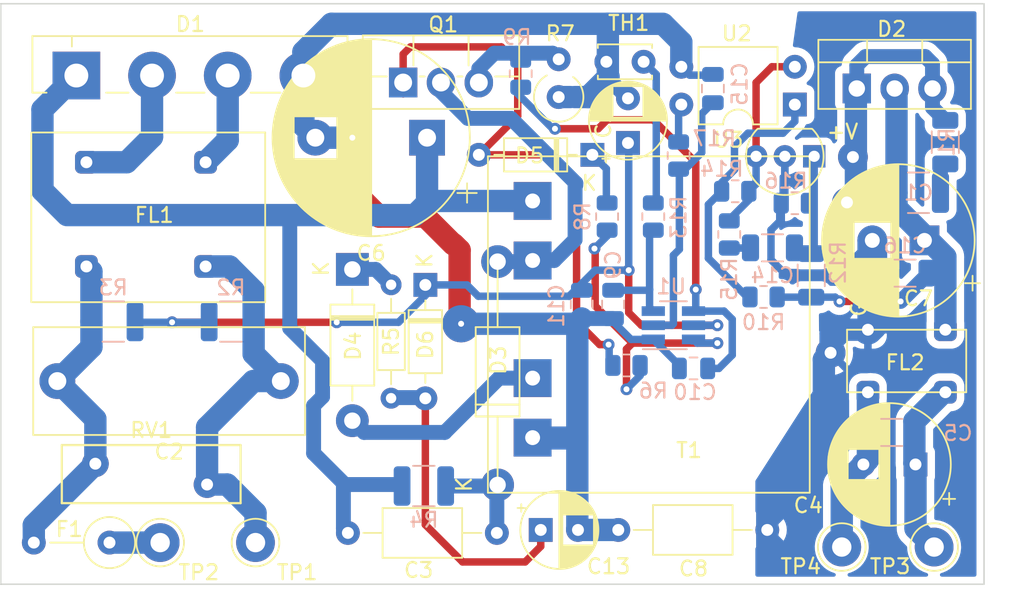
<source format=kicad_pcb>
(kicad_pcb (version 20211014) (generator pcbnew)
  (layers (0 "F.Cu" signal) (31 "B.Cu" signal) (34 "B.Paste" user) (35 "F.Paste" user) (36 "B.SilkS" user "B.Silkscreen") (37 "F.SilkS" user "F.Silkscreen") (38 "B.Mask" user) (39 "F.Mask" user) (44 "Edge.Cuts" user))
  (net 0 "")
  (net 1 "Net-(C1-Pad1)")
  (net 2 "Net-(C2-Pad1)")
  (net 3 "Net-(C2-Pad2)")
  (net 4 "Net-(C3-Pad1)")
  (net 5 "Net-(C3-Pad2)")
  (net 6 "GNDPWR")
  (net 7 "GND")
  (net 8 "Net-(C10-Pad1)")
  (net 9 "Net-(C11-Pad1)")
  (net 10 "Net-(C14-Pad1)")
  (net 11 "Net-(C15-Pad1)")
  (net 12 "Net-(D1-Pad2)")
  (net 13 "Net-(D1-Pad3)")
  (net 14 "Net-(D2-Pad1)")
  (net 15 "Net-(D3-Pad2)")
  (net 16 "Net-(D4-Pad1)")
  (net 17 "Net-(D5-Pad1)")
  (net 18 "Net-(D5-Pad2)")
  (net 19 "Net-(R10-Pad2)")
  (net 20 "Net-(R13-Pad2)")
  (net 21 "Net-(R14-Pad1)")
  (net 22 "Net-(Q1-Pad3)")
  (net 23 "Net-(C4-Pad1)")
  (net 24 "Net-(R6-Pad1)")
  (net 25 "Net-(D4-Pad2)")
  (net 26 "Net-(F1-Pad1)")
  (net 27 "Net-(C4-Pad2)")
  (net 28 "Net-(C1-Pad2)")
  (net 29 "Net-(C9-Pad1)")
  (net 30 "Net-(C13-Pad1)")
  (net 31 "Net-(C14-Pad2)")
  (net 32 "Net-(U2-Pad4)")
  (footprint "Connector_Pin:Pin_D1.3mm_L11.0mm" (layer "F.Cu") (at 136.6 117.2)
    (fp_text reference "TP1")
    (fp_text value "TestPoint_Small")
  )
  (footprint "Diode_THT:Diode_Bridge_Vishay_GBL" (layer "F.Cu") (at 124.575 85.825)
    (fp_text reference "D1")
    (fp_text value "GBU4M")
  )
  (footprint "Capacitor_THT:C_Axial_L5.1mm_D3.1mm_P10.00mm_Horizontal" (layer "F.Cu") (at 170.95 116.35 180)
    (fp_text reference "C8")
    (fp_text value "2.2n")
  )
  (footprint "Package_TO_SOT_THT:TO-220F-3_Vertical" (layer "F.Cu") (at 146.51 86.295)
    (fp_text reference "Q1")
    (fp_text value "STD7NM60N,IPA60R750E6XKSA1")
  )
  (footprint "Capacitor_THT:CP_Radial_D5.0mm_P2.50mm" (layer "F.Cu") (at 155.744888 116.35)
    (fp_text reference "C13")
    (fp_text value "22u")
  )
  (footprint "Capacitor_THT:CP_Radial_D8.0mm_P3.50mm" (layer "F.Cu") (at 180.9 111.95 180)
    (fp_text reference "C4")
    (fp_text value "470u / 16V")
  )
  (footprint "Induktor_cewki:Transf_FT1201500SC" (layer "F.Cu") (at 162.8 102.85 90)
    (fp_text reference "T1")
    (fp_text value "Transf_FT1201500SC")
  )
  (footprint "Diode_THT:D_DO-41_SOD81_P10.16mm_Horizontal" (layer "F.Cu") (at 143.1 98.85 -90)
    (fp_text reference "D4")
    (fp_text value "1N4007")
  )
  (footprint "Connector_Pin:Pin_D1.3mm_L11.0mm" (layer "F.Cu") (at 182.15 117.5)
    (fp_text reference "TP3")
    (fp_text value "TestPoint_Small")
  )
  (footprint "Package_TO_SOT_THT:TO-92_Inline" (layer "F.Cu") (at 173.4 91.25 180)
    (fp_text reference "U3")
    (fp_text value "TL431LP")
  )
  (footprint "Diode_THT:D_DO-35_SOD27_P7.62mm_Horizontal" (layer "F.Cu") (at 148 99.89 -90)
    (fp_text reference "D6")
    (fp_text value "1N4148")
  )
  (footprint "Induktor_cewki:Fitr_EMI_FA-N12W1051-REG-1" (layer "F.Cu") (at 129.25 95.65 180)
    (fp_text reference "FL1")
    (fp_text value "Filter_EMI_LL")
  )
  (footprint "Capacitor_THT:CP_Radial_D5.0mm_P2.50mm" (layer "F.Cu") (at 161.6 90.105113 90)
    (fp_text reference "C12")
    (fp_text value "4.7u")
  )
  (footprint "Resistor_THT:R_Axial_DIN0309_L9.0mm_D3.2mm_P2.54mm_Vertical" (layer "F.Cu") (at 156.95 87.27 90)
    (fp_text reference "R7")
    (fp_text value "0.43 / 1W")
  )
  (footprint "Package_TO_SOT_THT:TO-220-3_Vertical" (layer "F.Cu") (at 176.96 86.695)
    (fp_text reference "D2")
    (fp_text value "20S100CT")
  )
  (footprint "Diode_THT:D_DO-35_SOD27_P7.62mm_Horizontal" (layer "F.Cu") (at 159.21 91.15 180)
    (fp_text reference "D5")
    (fp_text value "1N4148")
  )
  (footprint "Capacitor_THT:CP_Radial_D13.0mm_P7.50mm" (layer "F.Cu") (at 148.115216 90 180)
    (fp_text reference "C6")
    (fp_text value "82u")
  )
  (footprint "Capacitor_THT:C_Rect_L18.0mm_W7.0mm_P15.00mm_FKS3_FKP3" (layer "F.Cu") (at 138.3 106.35 180)
    (fp_text reference "C2")
    (fp_text value "0.33u")
  )
  (footprint "Induktor_cewki:Filtr_EMI_toroid" (layer "F.Cu") (at 184.305 102.9 180)
    (fp_text reference "FL2")
    (fp_text value "Filter_EMI_LL_1423")
  )
  (footprint "Package_DIP:DIP-4_W7.62mm" (layer "F.Cu") (at 172.8 87.775 180)
    (fp_text reference "U2")
    (fp_text value "PC817")
  )
  (footprint "Resistor_THT:R_Axial_DIN0204_L3.6mm_D1.6mm_P7.62mm_Horizontal" (layer "F.Cu") (at 145.7 107.5 90)
    (fp_text reference "R5")
    (fp_text value "0")
  )
  (footprint "Capacitor_THT:C_Disc_D3.4mm_W2.1mm_P2.50mm" (layer "F.Cu") (at 162.65 84.9 180)
    (fp_text reference "TH1")
    (fp_text value "100k")
  )
  (footprint "Resistor_THT:R_Axial_DIN0309_L9.0mm_D3.2mm_P5.08mm_Vertical" (layer "F.Cu") (at 126.8 117.2 180)
    (fp_text reference "F1")
    (fp_text value "2A")
  )
  (footprint "Varistor:RV_Disc_D12mm_W3.9mm_P7.5mm" (layer "F.Cu") (at 133.35 113.3 180)
    (fp_text reference "RV1")
    (fp_text value "471")
  )
  (footprint "Connector_Pin:Pin_D1.3mm_L11.0mm" (layer "F.Cu") (at 175.95 117.5)
    (fp_text reference "TP4")
    (fp_text value "TestPoint_Small")
  )
  (footprint "Capacitor_THT:CP_Radial_D10.0mm_P3.50mm" (layer "F.Cu") (at 181.5 96.9 180)
    (fp_text reference "C7")
    (fp_text value "680u/16V")
  )
  (footprint "Connector_Pin:Pin_D1.3mm_L11.0mm" (layer "F.Cu") (at 130.2 117.2)
    (fp_text reference "TP2")
    (fp_text value "TestPoint_Small" hide)
  )
  (footprint "Capacitor_THT:C_Axial_L5.1mm_D3.1mm_P10.00mm_Horizontal" (layer "F.Cu") (at 152.8 116.55 180)
    (fp_text reference "C3")
    (fp_text value "1n")
  )
  (footprint "" (layer "F.Cu") (at 176.7 91.3)
    (fp_text reference "")
    (fp_text value "")
  )
  (footprint "Dioda_THT:D_DO-41_SOD81_P15mm_Horizontal" (layer "F.Cu") (at 152.85 113.325 90)
    (fp_text reference "D3")
    (fp_text value "1N4007")
  )
  (footprint "Resistor_SMD:R_1210_3225Metric" (layer "B.Cu") (at 134.95 102.35 180)
    (fp_text reference "R2")
    (fp_text value "1.5M")
  )
  (footprint "Capacitor_SMD:C_1210_3225Metric" (layer "B.Cu") (at 181.1 93.7 180)
    (fp_text reference "C1")
    (fp_text value "1n")
  )
  (footprint "Resistor_SMD:R_1206_3216Metric" (layer "B.Cu") (at 173.9 99.25 -90)
    (fp_text reference "R12")
    (fp_text value "120k")
  )
  (footprint "Resistor_SMD:R_0805_2012Metric" (layer "B.Cu") (at 172.8 94.4)
    (fp_text reference "R16")
    (fp_text value "30k")
  )
  (footprint "Resistor_SMD:R_0805_2012Metric" (layer "B.Cu") (at 160.2 95.3 90)
    (fp_text reference "R8")
    (fp_text value "20")
  )
  (footprint "Resistor_SMD:R_0805_2012Metric" (layer "B.Cu") (at 161.5 105.3 180)
    (fp_text reference "R6")
    (fp_text value "100")
  )
  (footprint "Capacitor_SMD:C_0805_2012Metric" (layer "B.Cu") (at 167.3 86.7 90)
    (fp_text reference "C15")
    (fp_text value "1n")
  )
  (footprint "Resistor_SMD:R_0805_2012Metric" (layer "B.Cu") (at 168.4 96.5 90)
    (fp_text reference "R15")
    (fp_text value "1k")
  )
  (footprint "Resistor_SMD:R_0805_2012Metric" (layer "B.Cu") (at 168.8 93.6 180)
    (fp_text reference "R14")
    (fp_text value "4.7k")
  )
  (footprint "Resistor_SMD:R_1206_3216Metric" (layer "B.Cu") (at 182.9 90.3 -90)
    (fp_text reference "R1")
    (fp_text value "47")
  )
  (footprint "Capacitor_SMD:C_0805_2012Metric" (layer "B.Cu") (at 166 105.5 180)
    (fp_text reference "C10")
    (fp_text value "470p")
  )
  (footprint "Resistor_SMD:R_0805_2012Metric" (layer "B.Cu") (at 163.3 95.3 90)
    (fp_text reference "R13")
    (fp_text value "5.6k")
  )
  (footprint "Capacitor_SMD:C_0805_2012Metric" (layer "B.Cu") (at 158.5 101.2 -90)
    (fp_text reference "C11")
    (fp_text value "100n")
  )
  (footprint "Resistor_SMD:R_1210_3225Metric" (layer "B.Cu") (at 127.05 102.35 180)
    (fp_text reference "R3")
    (fp_text value "1.5M")
  )
  (footprint "Capacitor_SMD:C_1206_3216Metric" (layer "B.Cu") (at 171.3 97.4)
    (fp_text reference "C14")
    (fp_text value "6.8n")
  )
  (footprint "Capacitor_SMD:C_1206_3216Metric" (layer "B.Cu") (at 180.2 99.1 180)
    (fp_text reference "C16")
    (fp_text value "47n")
  )
  (footprint "Package_TO_SOT_SMD:SOT-23-6_Handsoldering" (layer "B.Cu") (at 164.65 102.6)
    (fp_text reference "U1")
    (fp_text value "FAN6602R")
  )
  (footprint "Resistor_SMD:R_1210_3225Metric" (layer "B.Cu") (at 147.9 113.4)
    (fp_text reference "R4")
    (fp_text value "100k")
  )
  (footprint "Capacitor_SMD:C_0805_2012Metric" (layer "B.Cu") (at 160.6 101.2 -90)
    (fp_text reference "C9")
    (fp_text value "1n")
  )
  (footprint "Capacitor_SMD:C_1206_3216Metric" (layer "B.Cu") (at 179.3 109.8)
    (fp_text reference "C5")
    (fp_text value "47n")
  )
  (footprint "Resistor_SMD:R_0805_2012Metric" (layer "B.Cu") (at 170.7 100.7 180)
    (fp_text reference "R10")
    (fp_text value "348 / 1%")
  )
  (footprint "Resistor_SMD:R_0805_2012Metric" (layer "B.Cu") (at 165 91.2 90)
    (fp_text reference "R17")
    (fp_text value "120")
  )
  (footprint "Resistor_SMD:R_0805_2012Metric" (layer "B.Cu") (at 154.4 85.7 -90)
    (fp_text reference "R9")
    (fp_text value "100")
  )
  (gr_rect (start 119.5 81) (end 185.5 120) (layer "Edge.Cuts") (width 0.1) (fill none))
  (gr_text "+V" (at 176 89.6) (layer "F.SilkS") (effects (font (size 1 1))))
  (gr_text "GND" (at 177.1 100.5 90) (layer "F.SilkS") (effects (font (size 1 1))))
  (segment (start 182.575 92.0875) (end 182.9 91.7625) (width 1) (layer "B.Cu") (net 1))
  (segment (start 182.575 93.7) (end 182.575 92.0875) (width 1) (layer "B.Cu") (net 1))
  (segment (start 136.6 115.2) (end 134.7 113.3) (width 1.5) (layer "B.Cu") (net 2))
  (segment (start 136.45 106.35) (end 133.35 109.45) (width 1.5) (layer "B.Cu") (net 2))
  (segment (start 134.7 113.3) (end 133.35 113.3) (width 1.5) (layer "B.Cu") (net 2))
  (segment (start 136.6 117.2) (end 136.6 115.2) (width 1.5) (layer "B.Cu") (net 2))
  (segment (start 133.25 98.65) (end 134.85 98.65) (width 1.5) (layer "B.Cu") (net 2))
  (segment (start 136.475 100.275) (end 136.475 104.525) (width 1.5) (layer "B.Cu") (net 2))
  (segment (start 134.85 98.65) (end 136.475 100.275) (width 1.5) (layer "B.Cu") (net 2))
  (segment (start 136.475 104.525) (end 138.3 106.35) (width 1.5) (layer "B.Cu") (net 2))
  (segment (start 133.35 109.45) (end 133.35 113.3) (width 1.5) (layer "B.Cu") (net 2))
  (segment (start 138.3 106.35) (end 136.45 106.35) (width 1.5) (layer "B.Cu") (net 2))
  (segment (start 125.5875 98.9875) (end 125.25 98.65) (width 1.5) (layer "B.Cu") (net 3))
  (segment (start 121.72 117.2) (end 121.72 116.03) (width 1.5) (layer "B.Cu") (net 3))
  (segment (start 125.5875 102.35) (end 125.5875 104.0625) (width 1.5) (layer "B.Cu") (net 3))
  (segment (start 125.5875 104.0625) (end 123.3 106.35) (width 1.5) (layer "B.Cu") (net 3))
  (segment (start 121.72 116.03) (end 125.85 111.9) (width 1.5) (layer "B.Cu") (net 3))
  (segment (start 125.5875 102.35) (end 125.5875 98.9875) (width 1.5) (layer "B.Cu") (net 3))
  (segment (start 125.85 111.9) (end 125.85 108.9) (width 1.5) (layer "B.Cu") (net 3))
  (segment (start 125.85 108.9) (end 123.3 106.35) (width 1.5) (layer "B.Cu") (net 3))
  (segment (start 152.85 113.325) (end 152.775 113.4) (width 1) (layer "B.Cu") (net 4))
  (segment (start 152.775 113.4) (end 149.3625 113.4) (width 1) (layer "B.Cu") (net 4))
  (segment (start 152.8 116.55) (end 152.8 113.375) (width 1) (layer "B.Cu") (net 4))
  (segment (start 152.65 116.4) (end 152.8 116.55) (width 0.5) (layer "B.Cu") (net 4))
  (segment (start 152.8 113.375) (end 152.85 113.325) (width 1) (layer "B.Cu") (net 4))
  (segment (start 123.95 95.2) (end 122.3 93.55) (width 1.5) (layer "B.Cu") (net 5))
  (segment (start 141.1 105) (end 138.9 102.8) (width 1) (layer "B.Cu") (net 5))
  (segment (start 148.115216 94.234784) (end 148.115216 90) (width 1.5) (layer "B.Cu") (net 5))
  (segment (start 124.15 95.2) (end 147.3 95.2) (width 1.5) (layer "B.Cu") (net 5))
  (segment (start 147.3 95.2) (end 148.1 94.4) (width 1.5) (layer "B.Cu") (net 5))
  (segment (start 148.1 94.4) (end 148.1 94.25) (width 1.5) (layer "B.Cu") (net 5))
  (segment (start 138.9 102.8) (end 138.9 95.3) (width 1) (layer "B.Cu") (net 5))
  (segment (start 142.6 113.3) (end 146.3375 113.3) (width 1) (layer "B.Cu") (net 5))
  (segment (start 122.3 88.1) (end 124.575 85.825) (width 1.5) (layer "B.Cu") (net 5))
  (segment (start 146.3375 113.3) (end 146.4375 113.4) (width 1) (layer "B.Cu") (net 5))
  (segment (start 140.5 111.2) (end 140.5 108) (width 1) (layer "B.Cu") (net 5))
  (segment (start 142.8 116.55) (end 142.5 116.25) (width 1) (layer "B.Cu") (net 5))
  (segment (start 148.1 94.25) (end 148.115216 94.234784) (width 1.5) (layer "B.Cu") (net 5))
  (segment (start 141.1 107.4) (end 141.1 105) (width 1) (layer "B.Cu") (net 5))
  (segment (start 142.5 116.25) (end 142.5 113.4) (width 1) (layer "B.Cu") (net 5))
  (segment (start 142.5 113.4) (end 142.6 113.3) (width 1) (layer "B.Cu") (net 5))
  (segment (start 122.3 93.55) (end 122.3 88.1) (width 1.5) (layer "B.Cu") (net 5))
  (segment (start 140.5 108) (end 141.1 107.4) (width 1) (layer "B.Cu") (net 5))
  (segment (start 142.6 113.3) (end 140.5 111.2) (width 1) (layer "B.Cu") (net 5))
  (segment (start 148.1 94.25) (end 155.2 94.25) (width 1.5) (layer "B.Cu") (net 5))
  (segment (start 143.1 90) (end 143.1 93.5) (width 1.5) (layer "F.Cu") (net 6))
  (segment (start 144.9 95.3) (end 148 95.3) (width 1.5) (layer "F.Cu") (net 6))
  (segment (start 150.3 102.4) (end 150.3 97.55) (width 1.5) (layer "F.Cu") (net 6))
  (segment (start 149.95 102.5) (end 150.4 102.5) (width 1) (layer "F.Cu") (net 6))
  (segment (start 143.1 93.5) (end 144.9 95.3) (width 1.5) (layer "F.Cu") (net 6))
  (segment (start 148 95.3) (end 149.85 97.15) (width 1.5) (layer "F.Cu") (net 6))
  (segment (start 150.3 97.55) (end 149.9 97.15) (width 1.5) (layer "F.Cu") (net 6))
  (segment (start 150.4 102.5) (end 150.3 102.4) (width 1.5) (layer "F.Cu") (net 6))
  (via (at 143.1 90) (size 2.5) (drill 0.4) (layers "F.Cu" "B.Cu") (net 6))
  (via (at 150.4 102.5) (size 2.5) (drill 0.4) (layers "F.Cu" "B.Cu") (net 6))
  (segment (start 143.1 90) (end 140.615216 90) (width 1.5) (layer "B.Cu") (net 6))
  (segment (start 139.815 85.825) (end 139.815 84.235) (width 1.5) (layer "B.Cu") (net 6))
  (segment (start 139.815 84.235) (end 141.7 82.35) (width 1.5) (layer "B.Cu") (net 6))
  (segment (start 158.2 116.305112) (end 158.244888 116.35) (width 1.5) (layer "B.Cu") (net 6))
  (segment (start 155.25 110.2) (end 158.2 110.2) (width 1.5) (layer "B.Cu") (net 6))
  (segment (start 160.3 85.9) (end 158.93 87.27) (width 1.5) (layer "B.Cu") (net 6))
  (segment (start 160.3 86.055113) (end 161.6 87.355113) (width 1) (layer "B.Cu") (net 6))
  (segment (start 160.25 82.35) (end 160.25 85.55) (width 1.5) (layer "B.Cu") (net 6))
  (segment (start 158.244888 116.35) (end 160.95 116.35) (width 1.5) (layer "B.Cu") (net 6))
  (segment (start 158.93 87.27) (end 158.03 87.27) (width 1.5) (layer "B.Cu") (net 6))
  (segment (start 158.15 110.15) (end 158.2 110.2) (width 1.5) (layer "B.Cu") (net 6))
  (segment (start 150.40048 102.49952) (end 158.15048 102.49952) (width 1.5) (layer "B.Cu") (net 6))
  (segment (start 164.95 105.2) (end 163.3 103.55) (width 0.5) (layer "B.Cu") (net 6))
  (segment (start 165.18 83.58) (end 165.18 85.235) (width 1.5) (layer "B.Cu") (net 6))
  (segment (start 158.2 110.2) (end 158.2 102.45) (width 1.5) (layer "B.Cu") (net 6))
  (segment (start 162.5 103.55) (end 161.8 103.55) (width 0.5) (layer "B.Cu") (net 6))
  (segment (start 164.95 105.3) (end 164.95 105.2) (width 0.5) (layer "B.Cu") (net 6))
  (segment (start 150.4 102.5) (end 150.40048 102.49952) (width 1.5) (layer "B.Cu") (net 6))
  (segment (start 165.18 85.235) (end 165.745 85.8) (width 0.5) (layer "B.Cu") (net 6))
  (segment (start 161.8 103.55) (end 160.4 102.15) (width 0.5) (layer "B.Cu") (net 6))
  (segment (start 155.2 110.15) (end 158.15 110.15) (width 1.5) (layer "B.Cu") (net 6))
  (segment (start 158.2 102.45) (end 158.5 102.15) (width 1.5) (layer "B.Cu") (net 6))
  (segment (start 165.395 85.45) (end 165.18 85.235) (width 0.5) (layer "B.Cu") (net 6))
  (segment (start 158.03 87.27) (end 156.95 87.27) (width 1) (layer "B.Cu") (net 6))
  (segment (start 158.15048 102.49952) (end 158.5 102.15) (width 1.5) (layer "B.Cu") (net 6))
  (segment (start 158.444888 116.15) (end 158.244888 116.35) (width 1) (layer "B.Cu") (net 6))
  (segment (start 158.5 102.15) (end 160.6 102.15) (width 1) (layer "B.Cu") (net 6))
  (segment (start 140.615216 90) (end 139.815 89.199784) (width 1.5) (layer "B.Cu") (net 6))
  (segment (start 141.7 82.35) (end 163.95 82.35) (width 1.5) (layer "B.Cu") (net 6))
  (segment (start 156.95 87.27) (end 157.72 87.27) (width 1.5) (layer "B.Cu") (net 6))
  (segment (start 165.745 85.8) (end 167.25 85.8) (width 0.5) (layer "B.Cu") (net 6))
  (segment (start 160.4 102.15) (end 158.5 102.15) (width 0.5) (layer "B.Cu") (net 6))
  (segment (start 139.815 89.199784) (end 139.815 85.825) (width 1.5) (layer "B.Cu") (net 6))
  (segment (start 165.495 85.55) (end 165.18 85.235) (width 0.5) (layer "B.Cu") (net 6))
  (segment (start 164 82.4) (end 165.18 83.58) (width 1.5) (layer "B.Cu") (net 6))
  (segment (start 158.2 110.2) (end 158.2 116.305112) (width 1.5) (layer "B.Cu") (net 6))
  (segment (start 172.13 94.1575) (end 171.7875 94.5) (width 0.5) (layer "B.Cu") (net 7))
  (segment (start 175.45 102.9) (end 175.2 103.15) (width 1.5) (layer "B.Cu") (net 7))
  (segment (start 170.95 114.45) (end 170.95 116.35) (width 1.5) (layer "B.Cu") (net 7))
  (segment (start 175.2 103.15) (end 175.2 104.45) (width 1.5) (layer "B.Cu") (net 7))
  (segment (start 172.1 99.1) (end 177.9 99.1) (width 0.5) (layer "B.Cu") (net 7))
  (segment (start 178 99) (end 178 102.605) (width 2) (layer "B.Cu") (net 7))
  (segment (start 170.95 116.35) (end 170.95 118.5) (width 1.5) (layer "B.Cu") (net 7))
  (segment (start 177.9 99.1) (end 178 99) (width 0.5) (layer "B.Cu") (net 7))
  (segment (start 178 96.9) (end 178 99) (width 2) (layer "B.Cu") (net 7))
  (segment (start 172.13 91.25) (end 172.13 94.1575) (width 0.5) (layer "B.Cu") (net 7))
  (segment (start 171.7875 94.5) (end 171.7875 95.6125) (width 0.5) (layer "B.Cu") (net 7))
  (segment (start 171.20048 96.19952) (end 171.20048 98.20048) (width 0.5) (layer "B.Cu") (net 7))
  (segment (start 175.2 104.45) (end 174.75 104.9) (width 1.5) (layer "B.Cu") (net 7))
  (segment (start 171.20048 98.20048) (end 172.1 99.1) (width 0.5) (layer "B.Cu") (net 7))
  (segment (start 178 102.605) (end 177.705 102.9) (width 2) (layer "B.Cu") (net 7))
  (segment (start 171.7875 95.6125) (end 171.20048 96.19952) (width 0.5) (layer "B.Cu") (net 7))
  (segment (start 177.705 102.9) (end 175.45 102.9) (width 1.5) (layer "B.Cu") (net 7))
  (segment (start 174.75 104.9) (end 174.75 108) (width 1.5) (layer "B.Cu") (net 7))
  (segment (start 160.2 88.8) (end 159.6 89.4) (width 0.5) (layer "F.Cu") (net 8))
  (segment (start 159.6 89.4) (end 156.7 89.4) (width 0.5) (layer "F.Cu") (net 8))
  (segment (start 166.15 100.2) (end 166.15 91.65) (width 0.5) (layer "F.Cu") (net 8))
  (segment (start 163.3 88.8) (end 160.2 88.8) (width 0.5) (layer "F.Cu") (net 8))
  (segment (start 166.15 91.65) (end 163.3 88.8) (width 0.5) (layer "F.Cu") (net 8))
  (via (at 166.15 100.2) (size 0.8) (drill 0.4) (layers "F.Cu" "B.Cu") (net 8))
  (via (at 156.7 89.4) (size 0.8) (drill 0.4) (layers "F.Cu" "B.Cu") (net 8))
  (segment (start 168.6 104.6) (end 167.7 105.5) (width 0.5) (layer "B.Cu") (net 8))
  (segment (start 168.6 102.2) (end 168.6 104.6) (width 0.5) (layer "B.Cu") (net 8))
  (segment (start 167.7 105.5) (end 166.95 105.5) (width 0.5) (layer "B.Cu") (net 8))
  (segment (start 156.7 89.4) (end 156.55 89.4) (width 0.5) (layer "B.Cu") (net 8))
  (segment (start 166.15 101.5) (end 166 101.65) (width 0.5) (layer "B.Cu") (net 8))
  (segment (start 156.55 89.4) (end 154.1 86.95) (width 0.5) (layer "B.Cu") (net 8))
  (segment (start 166 101.65) (end 168.05 101.65) (width 0.5) (layer "B.Cu") (net 8))
  (segment (start 166.15 100.2) (end 166.15 101.5) (width 0.5) (layer "B.Cu") (net 8))
  (segment (start 168.05 101.65) (end 168.6 102.2) (width 0.5) (layer "B.Cu") (net 8))
  (segment (start 131 102.4) (end 142.05 102.4) (width 0.5) (layer "F.Cu") (net 9))
  (segment (start 162.5 102.6) (end 167.6 102.6) (width 0.5) (layer "F.Cu") (net 9))
  (segment (start 167.65 102.6) (end 167.6 102.6) (width 0.5) (layer "F.Cu") (net 9))
  (segment (start 161.65 101.75) (end 162.5 102.6) (width 0.5) (layer "F.Cu") (net 9))
  (segment (start 161.65 98.9) (end 161.65 101.75) (width 0.5) (layer "F.Cu") (net 9))
  (via (at 161.65 98.9) (size 0.8) (drill 0.4) (layers "F.Cu" "B.Cu") (net 9))
  (via (at 142.05 102.4) (size 0.8) (drill 0.4) (layers "F.Cu" "B.Cu") (net 9))
  (via (at 131 102.4) (size 0.8) (drill 0.4) (layers "F.Cu" "B.Cu") (net 9))
  (via (at 167.6 102.6) (size 0.8) (drill 0.4) (layers "F.Cu" "B.Cu") (net 9))
  (segment (start 150.79 99.89) (end 148 99.89) (width 0.5) (layer "B.Cu") (net 9))
  (segment (start 167.6 102.6) (end 167.6 102.65) (width 0.5) (layer "B.Cu") (net 9))
  (segment (start 157.65 100.65) (end 151.55 100.65) (width 0.5) (layer "B.Cu") (net 9))
  (segment (start 131 102.4) (end 133.4375 102.4) (width 0.5) (layer "B.Cu") (net 9))
  (segment (start 128.5625 102.4) (end 131 102.4) (width 0.5) (layer "B.Cu") (net 9))
  (segment (start 148 100.6) (end 146.2 102.4) (width 0.5) (layer "B.Cu") (net 9))
  (segment (start 161.65 98.9) (end 159.4 98.9) (width 0.5) (layer "B.Cu") (net 9))
  (segment (start 161.65 98.95) (end 161.65 90.755113) (width 0.5) (layer "B.Cu") (net 9))
  (segment (start 151.55 100.65) (end 150.79 99.89) (width 0.5) (layer "B.Cu") (net 9))
  (segment (start 161.65 90.755113) (end 161.8 90.605113) (width 0.5) (layer "B.Cu") (net 9))
  (segment (start 166 102.6) (end 167.6 102.6) (width 0.5) (layer "B.Cu") (net 9))
  (segment (start 148 99.89) (end 148 100.6) (width 0.5) (layer "B.Cu") (net 9))
  (segment (start 142.05 102.4) (end 146.2 102.4) (width 0.5) (layer "B.Cu") (net 9))
  (segment (start 159.4 98.9) (end 157.65 100.65) (width 0.5) (layer "B.Cu") (net 9))
  (segment (start 168.4 97.4125) (end 170.1375 97.4125) (width 0.5) (layer "B.Cu") (net 10))
  (segment (start 165.05 97.5) (end 164.65 97.9) (width 0.5) (layer "B.Cu") (net 11))
  (segment (start 165.05 92.5) (end 165.05 97.5) (width 0.5) (layer "B.Cu") (net 11))
  (segment (start 164.55 102.6) (end 163.3 102.6) (width 0.5) (layer "B.Cu") (net 11))
  (segment (start 164.65 102.5) (end 164.55 102.6) (width 0.5) (layer "B.Cu") (net 11))
  (segment (start 167.3 87.65) (end 166.55 88.4) (width 0.5) (layer "B.Cu") (net 11))
  (segment (start 164.65 97.9) (end 164.65 102.5) (width 0.5) (layer "B.Cu") (net 11))
  (segment (start 166.55 91) (end 165.05 92.5) (width 0.5) (layer "B.Cu") (net 11))
  (segment (start 166.55 88.4) (end 166.55 91) (width 0.5) (layer "B.Cu") (net 11))
  (segment (start 127.95 91.65) (end 125.25 91.65) (width 1.5) (layer "B.Cu") (net 12))
  (segment (start 129.655 85.825) (end 129.655 89.945) (width 1.5) (layer "B.Cu") (net 12))
  (segment (start 129.655 89.945) (end 127.95 91.65) (width 1.5) (layer "B.Cu") (net 12))
  (segment (start 134.735 85.825) (end 134.735 90.165) (width 1.5) (layer "B.Cu") (net 13))
  (segment (start 134.735 90.165) (end 133.25 91.65) (width 1.5) (layer "B.Cu") (net 13))
  (segment (start 181.55 84.55) (end 182.04 85.04) (width 1) (layer "B.Cu") (net 14))
  (segment (start 176.3 94.35) (end 176.9 93.75) (width 1.5) (layer "B.Cu") (net 14))
  (segment (start 177.55 84.55) (end 181.55 84.55) (width 1) (layer "B.Cu") (net 14))
  (segment (start 176.96 86.695) (end 176.96 85.14) (width 1) (layer "B.Cu") (net 14))
  (segment (start 182.04 87.9775) (end 182.8 88.7375) (width 1) (layer "B.Cu") (net 14))
  (segment (start 176.96 85.14) (end 177.55 84.55) (width 1) (layer "B.Cu") (net 14))
  (segment (start 176.9 86.755) (end 176.96 86.695) (width 1.5) (layer "B.Cu") (net 14))
  (segment (start 182.04 86.695) (end 182.04 87.9775) (width 1) (layer "B.Cu") (net 14))
  (segment (start 182.04 85.04) (end 182.04 86.695) (width 1) (layer "B.Cu") (net 14))
  (segment (start 176.9 93.75) (end 176.9 86.755) (width 1.5) (layer "B.Cu") (net 14))
  (segment (start 149.05 86.9) (end 149.05 86.295) (width 1) (layer "B.Cu") (net 15))
  (segment (start 158.1 93.2) (end 158.1 93.05) (width 1) (layer "B.Cu") (net 15))
  (segment (start 158.05 96.85) (end 158.05 93.05) (width 1) (layer "B.Cu") (net 15))
  (segment (start 155.2 98.25) (end 156.65 98.25) (width 1) (layer "B.Cu") (net 15))
  (segment (start 152.85 98.325) (end 155.125 98.325) (width 1) (layer "B.Cu") (net 15))
  (segment (start 150.85 88.7) (end 149.05 86.9) (width 1) (layer "B.Cu") (net 15))
  (segment (start 152.65 97.57) (end 152.68 97.6) (width 0.5) (layer "B.Cu") (net 15))
  (segment (start 155.125 98.325) (end 155.2 98.25) (width 1) (layer "B.Cu") (net 15))
  (segment (start 158.1 93.05) (end 153.75 88.7) (width 1) (layer "B.Cu") (net 15))
  (segment (start 156.65 98.25) (end 158.05 96.85) (width 1) (layer "B.Cu") (net 15))
  (segment (start 153.75 88.7) (end 150.85 88.7) (width 1) (layer "B.Cu") (net 15))
  (segment (start 142.3 99.07) (end 142.45 98.92) (width 0.5) (layer "B.Cu") (net 16))
  (segment (start 143.1 98.85) (end 144.67 98.85) (width 1) (layer "B.Cu") (net 16))
  (segment (start 144.67 98.85) (end 145.7 99.88) (width 1) (layer "B.Cu") (net 16))
  (segment (start 160.15 92.09) (end 160.15 94.3375) (width 0.5) (layer "B.Cu") (net 17))
  (segment (start 159.21 91.15) (end 160.15 92.09) (width 0.5) (layer "B.Cu") (net 17))
  (segment (start 146.51 84.39) (end 147 83.9) (width 0.5) (layer "F.Cu") (net 18))
  (segment (start 146.51 86.295) (end 146.51 84.39) (width 0.5) (layer "F.Cu") (net 18))
  (segment (start 153.1 83.9) (end 154.2 85) (width 0.5) (layer "F.Cu") (net 18))
  (segment (start 154.2 88.54) (end 151.59 91.15) (width 0.5) (layer "F.Cu") (net 18))
  (segment (start 158.15 102.35) (end 158.15 93.05) (width 0.5) (layer "F.Cu") (net 18))
  (segment (start 154.2 85) (end 154.2 88.54) (width 0.5) (layer "F.Cu") (net 18))
  (segment (start 156.25 91.15) (end 151.59 91.15) (width 0.5) (layer "F.Cu") (net 18))
  (segment (start 147 83.9) (end 153.1 83.9) (width 0.5) (layer "F.Cu") (net 18))
  (segment (start 158.15 93.05) (end 156.25 91.15) (width 0.5) (layer "F.Cu") (net 18))
  (segment (start 146.51 86.295) (end 146.51 87.06) (width 0.5) (layer "F.Cu") (net 18))
  (segment (start 159.7 103.9) (end 158.15 102.35) (width 0.5) (layer "F.Cu") (net 18))
  (segment (start 160.3375 103.9375) (end 160.3 103.9) (width 0.5) (layer "F.Cu") (net 18))
  (segment (start 160.3 103.9) (end 159.7 103.9) (width 0.5) (layer "F.Cu") (net 18))
  (via (at 160.3 103.9) (size 0.8) (drill 0.4) (layers "F.Cu" "B.Cu") (net 18))
  (segment (start 151.15 91.15) (end 151.59 91.15) (width 0.5) (layer "B.Cu") (net 18))
  (segment (start 160.3375 104.75) (end 160.3375 103.9375) (width 0.5) (layer "B.Cu") (net 18))
  (segment (start 168.75 92.15) (end 168.75 90.6) (width 0.5) (layer "B.Cu") (net 19))
  (segment (start 167.8875 93.0125) (end 168.75 92.15) (width 0.5) (layer "B.Cu") (net 19))
  (segment (start 169.65 89.7) (end 172 89.7) (width 0.5) (layer "B.Cu") (net 19))
  (segment (start 172 89.7) (end 172.8 88.9) (width 0.5) (layer "B.Cu") (net 19))
  (segment (start 167 94.4875) (end 167 98.1) (width 0.5) (layer "B.Cu") (net 19))
  (segment (start 168.75 90.6) (end 169.65 89.7) (width 0.5) (layer "B.Cu") (net 19))
  (segment (start 167.8875 93.6) (end 167.8875 93.0125) (width 0.5) (layer "B.Cu") (net 19))
  (segment (start 167 98.1) (end 169.6 100.7) (width 0.5) (layer "B.Cu") (net 19))
  (segment (start 172.8 88.9) (end 172.8 87.775) (width 0.5) (layer "B.Cu") (net 19))
  (segment (start 169.6 100.7) (end 169.7875 100.7) (width 0.5) (layer "B.Cu") (net 19))
  (segment (start 167.8875 93.6) (end 167 94.4875) (width 0.5) (layer "B.Cu") (net 19))
  (segment (start 163.5 86.5) (end 163.5 87.137059) (width 0.5) (layer "B.Cu") (net 20))
  (segment (start 163.3 94.3875) (end 163.5 94.1875) (width 0.5) (layer "B.Cu") (net 20))
  (segment (start 163.5 94.1875) (end 163.5 86.5) (width 0.5) (layer "B.Cu") (net 20))
  (segment (start 162.65 84.9) (end 163.5 85.75) (width 0.5) (layer "B.Cu") (net 20))
  (segment (start 163.5 85.75) (end 163.5 86.5) (width 0.5) (layer "B.Cu") (net 20))
  (segment (start 172.8 85.235) (end 171.265 85.235) (width 0.5) (layer "F.Cu") (net 21))
  (segment (start 171.265 85.235) (end 170.2 86.3) (width 0.5) (layer "F.Cu") (net 21))
  (segment (start 170.2 86.3) (end 170.2 91.25) (width 0.5) (layer "F.Cu") (net 21))
  (segment (start 169.7125 94.1875) (end 169.7125 93.6) (width 0.5) (layer "B.Cu") (net 21))
  (segment (start 170.2 91.25) (end 170.2 93.1125) (width 0.5) (layer "B.Cu") (net 21))
  (segment (start 168.4 95.5) (end 169.7125 94.1875) (width 0.5) (layer "B.Cu") (net 21))
  (segment (start 168.4 95.5875) (end 168.4 95.5) (width 0.5) (layer "B.Cu") (net 21))
  (segment (start 170.2 93.1125) (end 169.7125 93.6) (width 0.5) (layer "B.Cu") (net 21))
  (segment (start 151.59 86.295) (end 151.59 85.36) (width 1) (layer "B.Cu") (net 22))
  (segment (start 156.545 84.325) (end 156.95 84.73) (width 1) (layer "B.Cu") (net 22))
  (segment (start 154.1 84.325) (end 156.545 84.325) (width 1) (layer "B.Cu") (net 22))
  (segment (start 152.625 84.325) (end 154.1 84.325) (width 1) (layer "B.Cu") (net 22))
  (segment (start 151.59 85.36) (end 152.625 84.325) (width 1) (layer "B.Cu") (net 22))
  (segment (start 180.825 109.05) (end 180.825 111.875) (width 1.5) (layer "B.Cu") (net 23))
  (segment (start 180.9 111.95) (end 180.9 116.25) (width 1.5) (layer "B.Cu") (net 23))
  (segment (start 182.775 107.1) (end 180.825 109.05) (width 1.5) (layer "B.Cu") (net 23))
  (segment (start 180.825 111.875) (end 180.9 111.95) (width 1.5) (layer "B.Cu") (net 23))
  (segment (start 180.9 116.25) (end 182.15 117.5) (width 1.5) (layer "B.Cu") (net 23))
  (segment (start 182.905 107.1) (end 182.775 107.1) (width 1.5) (layer "B.Cu") (net 23))
  (segment (start 161.9 103.8) (end 161.8 103.7) (width 0.5) (layer "F.Cu") (net 24))
  (segment (start 161.5 104.2) (end 161.9 103.8) (width 0.5) (layer "F.Cu") (net 24))
  (segment (start 162 103.8) (end 161.9 103.8) (width 0.5) (layer "F.Cu") (net 24))
  (segment (start 161.5 106.9) (end 161.5 104.2) (width 0.5) (layer "F.Cu") (net 24))
  (segment (start 159.4 101.3) (end 159.4 97.5) (width 0.5) (layer "F.Cu") (net 24))
  (segment (start 167.600011 103.8) (end 161.9 103.8) (width 0.5) (layer "F.Cu") (net 24))
  (segment (start 159.4 97.5) (end 159.35 97.45) (width 0.5) (layer "F.Cu") (net 24))
  (segment (start 161.9 103.8) (end 159.4 101.3) (width 0.5) (layer "F.Cu") (net 24))
  (via (at 167.600011 103.8) (size 0.8) (drill 0.4) (layers "F.Cu" "B.Cu") (net 24))
  (via (at 159.35 97.45) (size 0.8) (drill 0.4) (layers "F.Cu" "B.Cu") (net 24))
  (via (at 161.5 106.9) (size 0.8) (drill 0.4) (layers "F.Cu" "B.Cu") (net 24))
  (segment (start 166.25 103.8) (end 166 103.55) (width 0.5) (layer "B.Cu") (net 24))
  (segment (start 161.5 106.9) (end 162.4125 105.9875) (width 0.5) (layer "B.Cu") (net 24))
  (segment (start 159.35 97.45) (end 160.2 96.6) (width 0.5) (layer "B.Cu") (net 24))
  (segment (start 166 103.55) (end 165.89952 103.65048) (width 0.5) (layer "B.Cu") (net 24))
  (segment (start 160.2 96.6) (end 160.2 96.2125) (width 0.5) (layer "B.Cu") (net 24))
  (segment (start 162.4125 105.9875) (end 162.4125 105.3) (width 0.5) (layer "B.Cu") (net 24))
  (segment (start 167.600011 103.8) (end 166.25 103.8) (width 0.5) (layer "B.Cu") (net 24))
  (segment (start 143.89 109.8) (end 149.3 109.8) (width 1) (layer "B.Cu") (net 25))
  (segment (start 152.95 106.15) (end 155.2 106.15) (width 1) (layer "B.Cu") (net 25))
  (segment (start 143.1 109.01) (end 143.89 109.8) (width 1) (layer "B.Cu") (net 25))
  (segment (start 149.3 109.8) (end 152.95 106.15) (width 1) (layer "B.Cu") (net 25))
  (segment (start 155.1 105.55) (end 155.399 105.55) (width 1) (layer "B.Cu") (net 25))
  (segment (start 130.2 117.2) (end 126.8 117.2) (width 1.5) (layer "B.Cu") (net 26))
  (segment (start 177.4 111.95) (end 175.95 113.4) (width 1.5) (layer "B.Cu") (net 27))
  (segment (start 177.705 111.645) (end 177.4 111.95) (width 1.5) (layer "B.Cu") (net 27))
  (segment (start 177.705 107.1) (end 177.705 111.645) (width 1.5) (layer "B.Cu") (net 27))
  (segment (start 175.95 113.4) (end 175.95 117.5) (width 1.5) (layer "B.Cu") (net 27))
  (segment (start 177.875 109.05) (end 177.875 106.82) (width 1) (layer "B.Cu") (net 27))
  (segment (start 179.9 101) (end 175.8 101) (width 0.5) (layer "F.Cu") (net 28))
  (via (at 179.9 101) (size 0.8) (drill 0.4) (layers "F.Cu" "B.Cu") (net 28))
  (via (at 175.8 101) (size 0.8) (drill 0.4) (layers "F.Cu" "B.Cu") (net 28))
  (segment (start 181.8 99.1) (end 182.8 99.1) (width 1) (layer "B.Cu") (net 28))
  (segment (start 179.5 86.695) (end 179.505 86.7) (width 1.5) (layer "B.Cu") (net 28))
  (segment (start 179.625 94.725) (end 182.905 98.005) (width 1.5) (layer "B.Cu") (net 28))
  (segment (start 182.8 99.1) (end 182.8 98.2) (width 1) (layer "B.Cu") (net 28))
  (segment (start 182.905 98.005) (end 182.905 102.9) (width 1.5) (layer "B.Cu") (net 28))
  (segment (start 179.505 86.7) (end 179.6 86.7) (width 1.5) (layer "B.Cu") (net 28))
  (segment (start 179.9 101) (end 181.8 99.1) (width 1) (layer "B.Cu") (net 28))
  (segment (start 182.8 98.2) (end 181.5 96.9) (width 1) (layer "B.Cu") (net 28))
  (segment (start 173.9 100.7125) (end 171.625 100.7125) (width 0.5) (layer "B.Cu") (net 28))
  (segment (start 171.625 100.7125) (end 171.6125 100.7) (width 0.5) (layer "B.Cu") (net 28))
  (segment (start 179.625 93.7) (end 179.625 86.82) (width 1.5) (layer "B.Cu") (net 28))
  (segment (start 175.8 101) (end 175.5125 100.7125) (width 0.5) (layer "B.Cu") (net 28))
  (segment (start 179.625 93.7) (end 179.625 94.725) (width 1.5) (layer "B.Cu") (net 28))
  (segment (start 179.625 86.82) (end 179.5 86.695) (width 1.5) (layer "B.Cu") (net 28))
  (segment (start 175.5125 100.7125) (end 173.9 100.7125) (width 0.5) (layer "B.Cu") (net 28))
  (segment (start 163 100.25) (end 163.05 100.2) (width 0.5) (layer "B.Cu") (net 29))
  (segment (start 160.6 100.25) (end 163 100.25) (width 0.5) (layer "B.Cu") (net 29))
  (segment (start 163.3 96.2125) (end 163.05 96.4625) (width 0.5) (layer "B.Cu") (net 29))
  (segment (start 163.05 101.4) (end 163.3 101.65) (width 0.5) (layer "B.Cu") (net 29))
  (segment (start 163.05 96.4625) (end 163.05 100.2) (width 0.5) (layer "B.Cu") (net 29))
  (segment (start 163.05 100.2) (end 163.05 101.4) (width 0.5) (layer "B.Cu") (net 29))
  (segment (start 148 116) (end 150.5 118.5) (width 0.5) (layer "F.Cu") (net 30))
  (segment (start 155.744888 117.455112) (end 155.744888 116.35) (width 0.5) (layer "F.Cu") (net 30))
  (segment (start 148 107.51) (end 148 116) (width 0.5) (layer "F.Cu") (net 30))
  (segment (start 150.5 118.5) (end 154.7 118.5) (width 0.5) (layer "F.Cu") (net 30))
  (segment (start 154.7 118.5) (end 155.744888 117.455112) (width 0.5) (layer "F.Cu") (net 30))
  (segment (start 145.74 107.46) (end 147.95 107.46) (width 1) (layer "B.Cu") (net 30))
  (segment (start 145.7 107.5) (end 145.74 107.46) (width 1) (layer "B.Cu") (net 30))
  (segment (start 147.95 107.46) (end 148.15 107.66) (width 0.5) (layer "B.Cu") (net 30))
  (segment (start 173.8625 91.3875) (end 174 91.25) (width 0.5) (layer "B.Cu") (net 31))
  (segment (start 173.3625 97.7875) (end 172.775 97.2) (width 0.5) (layer "B.Cu") (net 31))
  (segment (start 174.1 91.25) (end 174.1 97.5875) (width 0.5) (layer "B.Cu") (net 31))
  (segment (start 173.9 97.7875) (end 173.3625 97.7875) (width 0.5) (layer "B.Cu") (net 31))
  (segment (start 174.1 97.5875) (end 173.9 97.7875) (width 0.5) (layer "B.Cu") (net 31))
  (segment (start 165 90.2875) (end 165 87.955) (width 0.5) (layer "B.Cu") (net 32))
  (segment (start 165 87.955) (end 165.18 87.775) (width 0.5) (layer "B.Cu") (net 32))
  (segment (start 165.505 87.45) (end 165.18 87.775) (width 0.5) (layer "B.Cu") (net 32))
  (zone (net 7) (net_name "GND") (layer "B.Cu") (connect_pads (clearance 0.508)) (min_thickness 0.254) (fill yes (thermal_gap 0.508) (thermal_bridge_width 0.508) (smoothing chamfer))
    (polygon (pts (xy 185.55 120.1) (xy 170.15 120.05) (xy 170.15 113.05) (xy 174.45 106.35) (xy 174.4 99.85) (xy 171.711993 99.865426) (xy 171.8 89.9) (xy 173.1 80.75) (xy 185.55 80.75)))
  )
)
</source>
